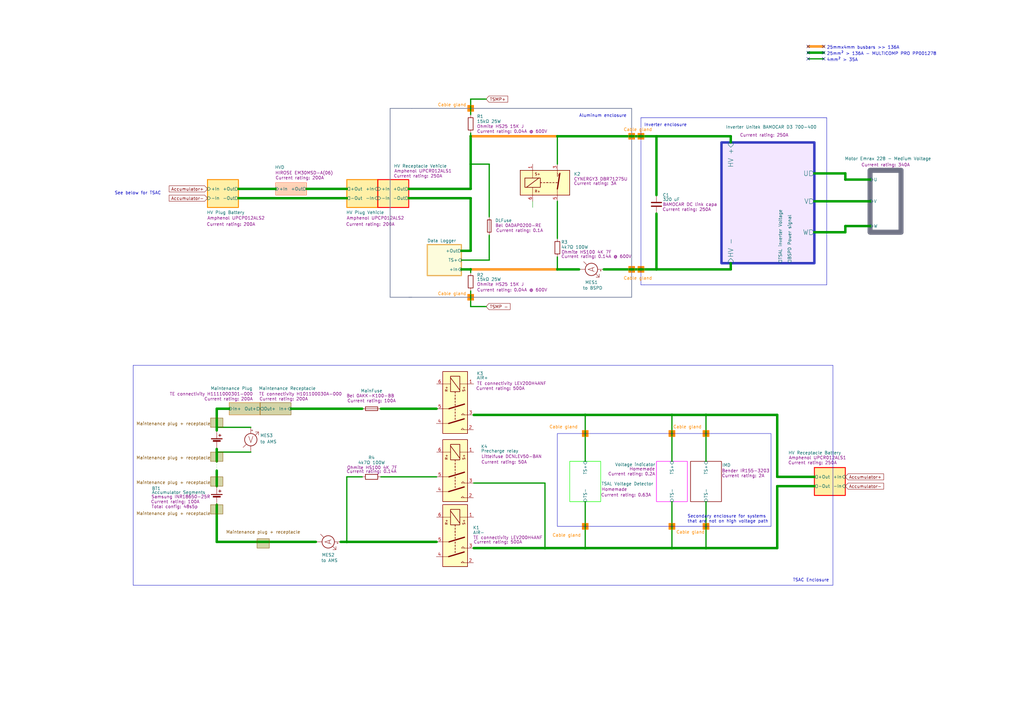
<source format=kicad_sch>
(kicad_sch (version 20231120) (generator "eeschema") (generator_version "8.0")
  (paper "A3")
  (title_block (title "TS entire schematic") (date "2024-03-28") (rev "v2.0") (company "EPSA"))
  (lib_symbols
    (symbol "Device:Ammeter_DC" (pin_numbers hide) (pin_names (offset 0.0254) hide)
      (property "Reference" "MES" (at -3.302 1.016 0))
      (property "Value" "Ammeter_DC" (at -3.302 -0.762 0))
      (symbol "Ammeter_DC_0_0"
        (polyline (pts (xy -3.175 -3.175) (xy -1.905 -1.905)))
        (polyline (pts (xy 1.905 1.905) (xy 3.175 3.175)))
        (polyline (pts (xy 1.905 3.175) (xy 3.175 3.175) (xy 3.175 1.905)))
        (text "A" (at 0 0 0) (effects (font (size 2.54 2.54))))
      )
      (symbol "Ammeter_DC_0_1"
        (polyline (pts (xy 0.254 3.81) (xy 0.762 3.81)))
        (polyline (pts (xy 0.508 4.064) (xy 0.508 3.556)))
        (circle (center 0 0) (radius 2.54) (stroke (width 0.254)))
      )
      (symbol "Ammeter_DC_1_1"
        (pin passive line (at 0 -5.08 90) (length 2.54) (name "-") (number "1"))
        (pin passive line (at 0 5.08 270) (length 2.54) (name "+") (number "2"))
      )
    )
    (symbol "Device:Battery_Cell" (pin_numbers hide) (pin_names (offset 0) hide)
      (property "Reference" "BT" (at 2.54 2.54 0))
      (property "Value" "Battery_Cell" (at 2.54 0 0))
      (symbol "Battery_Cell_0_1"
        (rectangle (start -2.286 1.778) (end 2.286 1.524) (fill (type outline)))
        (rectangle (start -1.524 1.016) (end 1.524 0.508) (fill (type outline)))
        (polyline (pts (xy 0 0.762) (xy 0 0)))
        (polyline (pts (xy 0 1.778) (xy 0 2.54)))
        (polyline (pts (xy 0.762 3.048) (xy 1.778 3.048)) (stroke (width 0.254)))
        (polyline (pts (xy 1.27 3.556) (xy 1.27 2.54)) (stroke (width 0.254)))
      )
      (symbol "Battery_Cell_1_1"
        (pin passive line (at 0 5.08 270) (length 2.54) (name "+") (number "1"))
        (pin passive line (at 0 -2.54 90) (length 2.54) (name "-") (number "2"))
      )
    )
    (symbol "Device:C" (pin_numbers hide) (pin_names (offset 0.254))
      (property "Reference" "C" (at 0.635 2.54 0))
      (property "Value" "C" (at 0.635 -2.54 0))
      (symbol "C_0_1"
        (polyline (pts (xy -2.032 -0.762) (xy 2.032 -0.762)) (stroke (width 0.508)))
        (polyline (pts (xy -2.032 0.762) (xy 2.032 0.762)) (stroke (width 0.508)))
      )
      (symbol "C_1_1"
        (pin passive line (at 0 3.81 270) (length 2.794) (name "~") (number "1"))
        (pin passive line (at 0 -3.81 90) (length 2.794) (name "~") (number "2"))
      )
    )
    (symbol "Device:Fuse" (pin_numbers hide) (pin_names (offset 0))
      (property "Reference" "F" (at 2.032 0 90))
      (property "Value" "Fuse" (at -1.905 0 90))
      (symbol "Fuse_0_1"
        (rectangle (start -0.762 -2.54) (end 0.762 2.54) (stroke (width 0.254)))
        (polyline (pts (xy 0 2.54) (xy 0 -2.54)))
      )
      (symbol "Fuse_1_1"
        (pin passive line (at 0 3.81 270) (length 1.27) (name "~") (number "1"))
        (pin passive line (at 0 -3.81 90) (length 1.27) (name "~") (number "2"))
      )
    )
    (symbol "Device:R" (pin_numbers hide) (pin_names (offset 0))
      (property "Reference" "R" (at 2.032 0 90))
      (property "Value" "R" (at 0 0 90))
      (symbol "R_0_1"
        (rectangle (start -1.016 -2.54) (end 1.016 2.54) (stroke (width 0.254)))
      )
      (symbol "R_1_1"
        (pin passive line (at 0 3.81 270) (length 1.27) (name "~") (number "1"))
        (pin passive line (at 0 -3.81 90) (length 1.27) (name "~") (number "2"))
      )
    )
    (symbol "Device:Voltmeter_DC" (pin_numbers hide) (pin_names (offset 0.0254) hide)
      (property "Reference" "MES" (at -3.302 1.016 0))
      (property "Value" "Voltmeter_DC" (at -3.302 -0.762 0))
      (symbol "Voltmeter_DC_0_0"
        (polyline (pts (xy -3.175 -3.175) (xy -1.905 -1.905)))
        (polyline (pts (xy 1.905 1.905) (xy 3.175 3.175)))
        (polyline (pts (xy 1.905 3.175) (xy 3.175 3.175) (xy 3.175 1.905)))
        (text "V" (at 0 0 0) (effects (font (size 2.54 2.54))))
      )
      (symbol "Voltmeter_DC_0_1"
        (polyline (pts (xy 0.254 3.81) (xy 0.762 3.81)))
        (polyline (pts (xy 0.508 4.064) (xy 0.508 3.556)))
        (circle (center 0 0) (radius 2.54) (stroke (width 0.254)))
      )
      (symbol "Voltmeter_DC_1_1"
        (pin passive line (at 0 -5.08 90) (length 2.54) (name "-") (number "1"))
        (pin passive line (at 0 5.08 270) (length 2.54) (name "+") (number "2"))
      )
    )
    (symbol "EPSA_lib:ADW11 NC relays"
      (property "Reference" "K" (at 11.43 3.81 0))
      (property "Value" "ADW11" (at 13.97 1.27 0))
      (symbol "ADW11 NC relays_1_1"
        (rectangle (start -10.16 5.08) (end 10.16 -5.08) (stroke (width 0.254)) (fill (type background)))
        (rectangle (start -8.255 1.905) (end -1.905 -1.905) (stroke (width 0.254)))
        (polyline (pts (xy -7.62 -1.905) (xy -2.54 1.905)) (stroke (width 0.254)))
        (polyline (pts (xy -5.08 -5.08) (xy -5.08 -1.905)))
        (polyline (pts (xy -5.08 5.08) (xy -5.08 1.905)))
        (polyline (pts (xy -1.905 0) (xy -1.27 0)) (stroke (width 0.254)))
        (polyline (pts (xy -0.635 0) (xy 0 0)) (stroke (width 0.254)))
        (polyline (pts (xy 0.635 0) (xy 1.27 0)) (stroke (width 0.254)))
        (polyline (pts (xy 0.635 0) (xy 1.27 0)) (stroke (width 0.254)))
        (polyline (pts (xy 1.905 0) (xy 2.54 0)) (stroke (width 0.254)))
        (polyline (pts (xy 3.175 0) (xy 3.81 0)) (stroke (width 0.254)))
        (polyline (pts (xy 4.445 0) (xy 5.08 0)) (stroke (width 0.254)))
        (polyline (pts (xy 5.08 -2.54) (xy 5.08 -5.08)))
        (polyline (pts (xy 5.08 -2.54) (xy 6.096 3.81)) (stroke (width 0.508)))
        (polyline (pts (xy 5.08 3.81) (xy 5.08 5.08)))
        (polyline (pts (xy 5.08 3.81) (xy 5.08 2.54) (xy 5.715 3.175) (xy 5.08 3.81)))
        (text "R+" (at -3.048 -3.556 0) (effects (font (size 1.016 1.016))))
        (text "S+" (at -3.048 3.556 0) (effects (font (size 1.016 1.016))))
        (pin passive line (at -5.08 7.62 270) (length 2.54) (name "~") (number "1"))
        (pin passive line (at 5.08 7.62 270) (length 2.54) (name "~") (number "3"))
        (pin passive line (at 5.08 -7.62 90) (length 2.54) (name "~") (number "5"))
        (pin passive line (at -5.08 -7.62 90) (length 2.54) (name "~") (number "6"))
      )
    )
    (symbol "EPSA_lib:RELAYS"
      (property "Reference" "K" (at -13.97 -11.43 0))
      (property "Value" "RELAYS" (at -13.97 -13.97 0))
      (symbol "RELAYS_1_1"
        (rectangle (start -10.16 5.08) (end 15.24 -5.08) (stroke (width 0.254)) (fill (type background)))
        (rectangle (start -8.255 1.905) (end -1.905 -1.905) (stroke (width 0.254)))
        (polyline (pts (xy -7.62 -1.905) (xy -2.54 1.905)) (stroke (width 0.254)))
        (polyline (pts (xy -5.08 -5.08) (xy -5.08 -1.905)))
        (polyline (pts (xy -5.08 5.08) (xy -5.08 1.905)))
        (polyline (pts (xy -1.905 0) (xy -1.27 0)) (stroke (width 0.254)))
        (polyline (pts (xy -0.635 0) (xy 0 0)) (stroke (width 0.254)))
        (polyline (pts (xy 0.635 0) (xy 1.27 0)) (stroke (width 0.254)))
        (polyline (pts (xy 0.635 0) (xy 1.27 0)) (stroke (width 0.254)))
        (polyline (pts (xy 1.905 0) (xy 2.54 0)) (stroke (width 0.254)))
        (polyline (pts (xy 3.175 0) (xy 3.81 0)) (stroke (width 0.254)))
        (polyline (pts (xy 5.08 -2.54) (xy 3.175 3.81)) (stroke (width 0.508)))
        (polyline (pts (xy 5.08 -2.54) (xy 5.08 -5.08)))
        (polyline (pts (xy 5.08 0) (xy 5.715 0)) (stroke (width 0.254)))
        (polyline (pts (xy 6.35 0) (xy 6.985 0)) (stroke (width 0.254)))
        (polyline (pts (xy 7.62 0) (xy 8.255 0)) (stroke (width 0.254)))
        (polyline (pts (xy 7.62 3.81) (xy 7.62 5.08)))
        (polyline (pts (xy 8.89 0) (xy 9.525 0)) (stroke (width 0.254)))
        (polyline (pts (xy 11.1246 -2.6621) (xy 9.2196 3.6879)) (stroke (width 0.508)))
        (polyline (pts (xy 11.1246 -2.6621) (xy 11.1246 -5.2021)))
        (polyline (pts (xy 13.6646 3.6879) (xy 13.6646 4.9579)))
        (polyline (pts (xy 7.62 3.81) (xy 7.62 2.54) (xy 6.985 3.175) (xy 7.62 3.81)))
        (polyline (pts (xy 13.6646 3.6879) (xy 13.6646 2.4179) (xy 13.0296 3.0529) (xy 13.6646 3.6879)))
        (text "R+" (at -3.048 -3.556 0) (effects (font (size 1.016 1.016))))
        (text "S+" (at -3.048 3.556 0) (effects (font (size 1.016 1.016))))
        (pin passive line (at -5.08 7.62 270) (length 2.54) (name "~") (number "1"))
        (pin passive line (at 13.6646 7.4979 270) (length 2.54) (name "~") (number "2"))
        (pin passive line (at 7.62 7.62 270) (length 2.54) (name "~") (number "3"))
        (pin passive line (at 11.1246 -7.7421 90) (length 2.54) (name "~") (number "4"))
        (pin passive line (at 5.08 -7.62 90) (length 2.54) (name "~") (number "5"))
        (pin passive line (at -5.08 -7.62 90) (length 2.54) (name "~") (number "6"))
      )
    )
  )
  (junction (at 289.56 224.79))
  (junction (at 228.6 110.49))
  (junction (at 240.03 224.79))
  (junction (at 228.6 55.88))
  (junction (at 269.24 110.49))
  (junction (at 269.24 55.88))
  (junction (at 193.04 67.31))
  (junction (at 88.9 175.26))
  (junction (at 275.59 224.79))
  (junction (at 193.04 110.49))
  (junction (at 275.59 170.18))
  (junction (at 240.03 170.18))
  (junction (at 88.9 185.42))
  (junction (at 289.56 170.18))
  (junction (at 223.52 224.79))
  (junction (at 193.04 55.88))
  (junction (at 142.24 222.25))
  (no_connect (at 331.47 19.05))
  (no_connect (at 331.47 21.59))
  (no_connect (at 337.82 24.13))
  (no_connect (at 331.47 24.13))
  (no_connect (at 337.82 21.59))
  (no_connect (at 337.82 19.05))
  (wire (pts (xy 88.9 222.25) (xy 129.54 222.25)) (stroke (width 1)))
  (wire (pts (xy 119.38 167.64) (xy 148.59 167.64)) (stroke (width 1)))
  (wire (pts (xy 88.9 185.42) (xy 102.87 185.42)) (stroke (width 0.5)))
  (wire (pts (xy 88.9 175.26) (xy 88.9 176.53)) (stroke (width 0.5)))
  (wire (pts (xy 200.66 67.31) (xy 193.04 67.31)) (stroke (width 0.5)))
  (wire (pts (xy 318.77 199.39) (xy 334.01 199.39)) (stroke (width 1)))
  (wire (pts (xy 189.23 110.49) (xy 193.04 110.49)) (stroke (width 1)))
  (wire (pts (xy 269.24 80.01) (xy 269.24 55.88)) (stroke (width 1)))
  (polyline (pts (xy 168.91 44.45) (xy 160.02 44.45)) (stroke (width 0.3) (type solid) (color 118 129 159 1)))
  (polyline (pts (xy 262.89 116.84) (xy 264.16 116.84)))
  (polyline (pts (xy 339.09 116.84) (xy 339.09 48.26)))
  (wire (pts (xy 142.24 195.58) (xy 142.24 222.25)) (stroke (width 0.5)))
  (wire (pts (xy 88.9 175.26) (xy 102.87 175.26)) (stroke (width 0.5)))
  (polyline (pts (xy 54.61 149.86) (xy 341.63 149.86)) (stroke (width 0) (type solid)))
  (wire (pts (xy 228.6 55.88) (xy 269.24 55.88)) (stroke (width 1)))
  (wire (pts (xy 193.04 46.99) (xy 193.04 40.64)) (stroke (width 0.5)))
  (wire (pts (xy 318.77 195.58) (xy 334.01 195.58)) (stroke (width 1)))
  (wire (pts (xy 346.71 92.71) (xy 356.87 92.71)) (stroke (width 1)))
  (wire (pts (xy 200.66 106.68) (xy 200.66 96.52)) (stroke (width 0.5)))
  (wire (pts (xy 193.04 67.31) (xy 193.04 77.47)) (stroke (width 1)))
  (wire (pts (xy 289.56 170.18) (xy 289.56 189.23)) (stroke (width 0.5)))
  (polyline (pts (xy 262.89 48.26) (xy 262.89 116.84)))
  (wire (pts (xy 228.6 105.41) (xy 228.6 110.49)) (stroke (width 0.5)))
  (wire (pts (xy 88.9 193.04) (xy 88.9 199.39)) (stroke (width 1)))
  (wire (pts (xy 289.56 224.79) (xy 318.77 224.79)) (stroke (width 1)))
  (wire (pts (xy 125.73 77.47) (xy 142.24 77.47)) (stroke (width 1)))
  (wire (pts (xy 318.77 170.18) (xy 318.77 195.58)) (stroke (width 1)))
  (wire (pts (xy 97.79 81.28) (xy 142.24 81.28)) (stroke (width 1)))
  (wire (pts (xy 318.77 224.79) (xy 318.77 199.39)) (stroke (width 1)))
  (wire (pts (xy 269.24 110.49) (xy 269.24 87.63)) (stroke (width 1)))
  (wire (pts (xy 346.71 73.66) (xy 356.87 73.66)) (stroke (width 1)))
  (wire (pts (xy 240.03 224.79) (xy 275.59 224.79)) (stroke (width 1)))
  (wire (pts (xy 334.01 95.25) (xy 346.71 95.25)) (stroke (width 1)))
  (wire (pts (xy 88.9 175.26) (xy 88.9 176.53)) (stroke (width 1)))
  (wire (pts (xy 88.9 189.23) (xy 88.9 185.42)) (stroke (width 1)))
  (wire (pts (xy 88.9 167.64) (xy 88.9 175.26)) (stroke (width 1)))
  (wire (pts (xy 88.9 185.42) (xy 88.9 184.15)) (stroke (width 1)))
  (wire (pts (xy 88.9 189.23) (xy 88.9 193.04)) (stroke (width 0) (type dot)))
  (polyline (pts (xy 337.82 48.26) (xy 339.09 48.26)))
  (wire (pts (xy 189.23 106.68) (xy 200.66 106.68)) (stroke (width 0.5)))
  (wire (pts (xy 193.04 40.64) (xy 199.39 40.64)) (stroke (width 0.5)))
  (polyline (pts (xy 341.63 149.86) (xy 341.63 240.03)) (stroke (width 0) (type solid)))
  (wire (pts (xy 88.9 207.01) (xy 88.9 222.25)) (stroke (width 1)))
  (wire (pts (xy 193.04 55.88) (xy 193.04 54.61)) (stroke (width 0.5)))
  (wire (pts (xy 240.03 224.79) (xy 240.03 205.74)) (stroke (width 0.5)))
  (wire (pts (xy 240.03 170.18) (xy 275.59 170.18)) (stroke (width 1)))
  (wire (pts (xy 193.04 110.49) (xy 228.6 110.49)) (stroke (width 1.016) (color 255 142 26 1)))
  (wire (pts (xy 275.59 224.79) (xy 289.56 224.79)) (stroke (width 1)))
  (polyline (pts (xy 54.61 240.03) (xy 54.61 149.86)) (stroke (width 0) (type solid)))
  (wire (pts (xy 346.71 95.25) (xy 346.71 92.71)) (stroke (width 1)))
  (wire (pts (xy 240.03 170.18) (xy 240.03 189.23)) (stroke (width 0.5)))
  (polyline (pts (xy 262.89 48.26) (xy 337.82 48.26)))
  (wire (pts (xy 193.04 125.73) (xy 199.39 125.73)) (stroke (width 0.5)))
  (wire (pts (xy 299.72 107.95) (xy 299.72 110.49)) (stroke (width 1)))
  (wire (pts (xy 228.6 110.49) (xy 237.49 110.49)) (stroke (width 1)))
  (wire (pts (xy 275.59 170.18) (xy 289.56 170.18)) (stroke (width 1)))
  (wire (pts (xy 194.31 224.79) (xy 223.52 224.79)) (stroke (width 1)))
  (polyline (pts (xy 259.08 121.92) (xy 167.64 121.92)) (stroke (width 0.3) (type solid) (color 118 129 159 1)))
  (wire (pts (xy 247.65 110.49) (xy 269.24 110.49)) (stroke (width 1)))
  (wire (pts (xy 142.24 195.58) (xy 148.59 195.58)) (stroke (width 0.5)))
  (wire (pts (xy 193.04 102.87) (xy 189.23 102.87)) (stroke (width 1)))
  (polyline (pts (xy 168.91 44.45) (xy 259.08 44.45)) (stroke (width 0.3) (type solid) (color 118 129 159 1)))
  (wire (pts (xy 88.9 185.42) (xy 88.9 184.15)) (stroke (width 0.5)))
  (wire (pts (xy 156.21 195.58) (xy 179.07 195.58)) (stroke (width 0.5)))
  (polyline (pts (xy 259.08 44.45) (xy 259.08 121.92)) (stroke (width 0.3) (type solid) (color 118 129 159 1)))
  (wire (pts (xy 194.31 170.18) (xy 240.03 170.18)) (stroke (width 1)))
  (wire (pts (xy 331.47 21.59) (xy 337.82 21.59)) (stroke (width 1)))
  (wire (pts (xy 193.04 111.76) (xy 193.04 110.49)) (stroke (width 0.5)))
  (wire (pts (xy 139.7 222.25) (xy 142.24 222.25)) (stroke (width 1)))
  (wire (pts (xy 334.01 82.55) (xy 356.87 82.55)) (stroke (width 1)))
  (wire (pts (xy 193.04 119.38) (xy 193.04 125.73)) (stroke (width 0.5)))
  (wire (pts (xy 228.6 67.31) (xy 228.6 55.88)) (stroke (width 0.5)))
  (wire (pts (xy 97.79 77.47) (xy 113.03 77.47)) (stroke (width 1)))
  (wire (pts (xy 334.01 71.12) (xy 346.71 71.12)) (stroke (width 1)))
  (wire (pts (xy 200.66 88.9) (xy 200.66 67.31)) (stroke (width 0.5)))
  (wire (pts (xy 142.24 222.25) (xy 179.07 222.25)) (stroke (width 1)))
  (wire (pts (xy 289.56 205.74) (xy 289.56 224.79)) (stroke (width 0.5)))
  (wire (pts (xy 269.24 110.49) (xy 299.72 110.49)) (stroke (width 1)))
  (wire (pts (xy 223.52 224.79) (xy 240.03 224.79)) (stroke (width 1)))
  (wire (pts (xy 193.04 81.28) (xy 193.04 102.87)) (stroke (width 1)))
  (wire (pts (xy 269.24 55.88) (xy 299.72 55.88)) (stroke (width 1)))
  (wire (pts (xy 331.47 19.05) (xy 337.82 19.05)) (stroke (width 1.016) (color 255 142 26 1)))
  (wire (pts (xy 223.52 198.12) (xy 223.52 224.79)) (stroke (width 0.5)))
  (wire (pts (xy 228.6 82.55) (xy 228.6 97.79)) (stroke (width 0.5)))
  (wire (pts (xy 156.21 167.64) (xy 179.07 167.64)) (stroke (width 1)))
  (polyline (pts (xy 341.63 240.03) (xy 54.61 240.03)) (stroke (width 0) (type solid)))
  (wire (pts (xy 275.59 170.18) (xy 275.59 189.23)) (stroke (width 0.5)))
  (wire (pts (xy 167.64 81.28) (xy 193.04 81.28)) (stroke (width 1)))
  (polyline (pts (xy 160.02 44.45) (xy 160.02 121.92)) (stroke (width 0.3) (type solid) (color 118 129 159 1)))
  (wire (pts (xy 289.56 170.18) (xy 318.77 170.18)) (stroke (width 1)))
  (wire (pts (xy 194.31 198.12) (xy 223.52 198.12)) (stroke (width 0.5)))
  (wire (pts (xy 167.64 77.47) (xy 193.04 77.47)) (stroke (width 1)))
  (wire (pts (xy 346.71 71.12) (xy 346.71 73.66)) (stroke (width 1)))
  (wire (pts (xy 88.9 167.64) (xy 93.98 167.64)) (stroke (width 1)))
  (wire (pts (xy 218.44 85.09) (xy 218.44 82.55)))
  (polyline (pts (xy 160.02 121.92) (xy 168.91 121.92)) (stroke (width 0.3) (type solid) (color 118 129 159 1)))
  (wire (pts (xy 193.04 55.88) (xy 228.6 55.88)) (stroke (width 1.016) (color 255 142 26 1)))
  (wire (pts (xy 299.72 55.88) (xy 299.72 58.42)) (stroke (width 1)))
  (wire (pts (xy 275.59 205.74) (xy 275.59 224.79)) (stroke (width 0.5)))
  (wire (pts (xy 331.47 24.13) (xy 337.82 24.13)) (stroke (width 0.5)))
  (wire (pts (xy 193.04 55.88) (xy 193.04 67.31)) (stroke (width 1)))
  (polyline (pts (xy 264.16 116.84) (xy 339.09 116.84)))
  (rectangle (start 288.29 176.53) (end 290.83 179.07) (stroke (width 0) (color 255 124 0 1)) (fill (type color) (color 255 134 0 1)))
  (rectangle (start 257.81 54.61) (end 260.35 57.15) (stroke (width 0) (color 255 124 0 1)) (fill (type color) (color 255 134 0 1)))
  (rectangle (start 261.62 109.22) (end 264.16 111.76) (stroke (width 0) (color 255 124 0 1)) (fill (type color) (color 255 134 0 1)))
  (rectangle (start 105.41 220.98) (end 110.49 224.79) (stroke (width 0) (color 128 77 0 1)) (fill (type color) (color 132 132 0 0.35)))
  (rectangle (start 288.29 214.63) (end 290.83 217.17) (stroke (width 0) (color 255 124 0 1)) (fill (type color) (color 255 134 0 1)))
  (rectangle (start 86.36 185.42) (end 91.44 189.23) (stroke (width 0) (color 128 77 0 1)) (fill (type color) (color 132 132 0 0.35)))
  (rectangle (start 86.36 207.01) (end 91.44 210.82) (stroke (width 0) (color 128 77 0 1)) (fill (type color) (color 132 132 0 0.35)))
  (rectangle (start 191.77 43.18) (end 194.31 45.72) (stroke (width 0) (color 255 124 0 1)) (fill (type color) (color 255 134 0 1)))
  (rectangle (start 238.76 176.53) (end 241.3 179.07) (stroke (width 0) (color 255 124 0 1)) (fill (type color) (color 255 134 0 1)))
  (rectangle (start 261.62 54.61) (end 264.16 57.15) (stroke (width 0) (color 255 124 0 1)) (fill (type color) (color 255 134 0 1)))
  (rectangle (start 86.36 171.45) (end 91.44 175.26) (stroke (width 0) (color 128 77 0 1)) (fill (type color) (color 132 132 0 0.35)))
  (rectangle (start 228.6 177.8) (end 316.23 215.9))
  (rectangle (start 274.32 214.63) (end 276.86 217.17) (stroke (width 0) (color 255 124 0 1)) (fill (type color) (color 255 134 0 1)))
  (rectangle (start 191.77 120.65) (end 194.31 123.19) (stroke (width 0) (color 255 124 0 1)) (fill (type color) (color 255 134 0 1)))
  (rectangle (start 274.32 176.53) (end 276.86 179.07) (stroke (width 0) (color 255 124 0 1)) (fill (type color) (color 255 134 0 1)))
  (rectangle (start 238.76 214.63) (end 241.3 217.17) (stroke (width 0) (color 255 124 0 1)) (fill (type color) (color 255 134 0 1)))
  (rectangle (start 86.36 195.58) (end 91.44 199.39) (stroke (width 0) (color 128 77 0 1)) (fill (type color) (color 132 132 0 0.35)))
  (rectangle (start 257.81 109.22) (end 260.35 111.76) (stroke (width 0) (color 255 124 0 1)) (fill (type color) (color 255 134 0 1)))
  (text "See below for TSAC" (at 46.99 80.01 0) (effects (font (size 1.27 1.27)) (justify left bottom)))
  (text "Cable gland" (at 185.42 120.65 0) (effects (font (size 1.27 1.27))))
  (text "25mmx4mm busbars >> 136A" (at 339.09 20.32 0) (effects (font (size 1.27 1.27)) (justify left bottom)))
  (text "Cable gland" (at 261.62 53.34 0) (effects (font (size 1.27 1.27))))
  (text "Cable gland" (at 281.94 175.26 0) (effects (font (size 1.27 1.27))))
  (text "Secondary enclosure for systems \nthat are not on high voltage path" (at 281.94 214.63 0) (effects (font (size 1.27 1.27)) (justify left bottom)))
  (text "Maintenance plug + receptacle\n" (at 71.12 210.82 0) (effects (font (size 1.27 1.27))))
  (text "TSAC Enclosure" (at 325.12 238.76 0) (effects (font (size 1.27 1.27)) (justify left bottom)))
  (text "Cable gland" (at 283.21 218.44 0) (effects (font (size 1.27 1.27))))
  (text "25mm² > 136A - MULTICOMP PRO PP001278\n" (at 339.09 22.86 0) (effects (font (size 1.27 1.27)) (justify left bottom)))
  (text "Cable gland" (at 231.14 175.26 0) (effects (font (size 1.27 1.27))))
  (text "Maintenance plug + receptacle\n" (at 107.95 218.44 0) (effects (font (size 1.27 1.27))))
  (text "Cable gland" (at 261.62 114.3 0) (effects (font (size 1.27 1.27))))
  (text "4mm² > 35A\n" (at 339.09 25.4 0) (effects (font (size 1.27 1.27)) (justify left bottom)))
  (text "Maintenance plug + receptacle\n" (at 71.12 173.99 0) (effects (font (size 1.27 1.27))))
  (text "Cable gland" (at 232.41 219.71 0) (effects (font (size 1.27 1.27))))
  (text "Maintenance plug + receptacle\n" (at 71.12 198.12 0) (effects (font (size 1.27 1.27))))
  (text "Aluminum enclosure" (at 237.49 48.26 0) (effects (font (size 1.27 1.27)) (justify left bottom)))
  (text "Inverter enclosure" (at 264.16 52.07 0) (effects (font (size 1.27 1.27)) (justify left bottom)))
  (text "Cable gland" (at 185.42 43.18 0) (effects (font (size 1.27 1.27))))
  (text "Maintenance plug + receptacle\n" (at 71.12 187.96 0) (effects (font (size 1.27 1.27))))
  (global_label "Accumulator-" (shape input) (at 85.09 81.28 180) (property "Intersheetrefs" "${INTERSHEET_REFS}" (effects (hide yes))))
  (global_label "Accumulator+" (shape input) (at 346.71 195.58 0) (property "Intersheetrefs" "${INTERSHEET_REFS}" (effects (hide yes))))
  (global_label "Accumulator+" (shape input) (at 85.09 77.47 180) (property "Intersheetrefs" "${INTERSHEET_REFS}" (effects (hide yes))))
  (global_label "TSMP -" (shape input) (at 199.39 125.73 0) (property "Intersheetrefs" "${INTERSHEET_REFS}" (effects (hide yes))))
  (global_label "Accumulator-" (shape input) (at 346.71 199.39 0) (property "Intersheetrefs" "${INTERSHEET_REFS}" (effects (hide yes))))
  (global_label "TSMP+" (shape input) (at 199.39 40.64 0) (property "Intersheetrefs" "${INTERSHEET_REFS}" (effects (hide yes))))
  (symbol (lib_id "EPSA_lib:ADW11 NC relays") (at 223.52 74.93 0) (unit 1)
    (property "Reference" "K2" (at 236.728 71.374 0))
    (property "Value" "CYNERGY3 DBR71275U" (effects (hide yes)))
    (property "Footprint" "Relay_THT:Relay_1P1T_NO_10x24x18.8mm_Panasonic_ADW11xxxxW_THT" (effects (hide yes)))
    (property "Datasheet" "https://www.panasonic-electric-works.com/pew/es/downloads/ds_dw_hl_en.pdf" (effects (hide yes)))
    (property "Description" "CYNERGY3 DBR71275U" (at 246.38 73.406 0))
    (property "Current rating" "3A" (at 244.094 75.184 0) (show_name yes))
  )
  (symbol (lib_id "Device:R") (at 228.6 101.6 180) (unit 1)
    (property "Reference" "R3" (at 230.124 99.314 0) (effects (justify right)))
    (property "Value" "4k7Ω 100W" (at 230.124 101.346 0) (effects (justify right)))
    (property "Description" "Ohmite HS100 4K 7F" (at 240.538 103.378 0))
    (property "Current rating" "0.14A @ 600V" (at 244.602 105.156 0) (show_name yes))
  )
  (symbol (lib_id "Device:R") (at 152.4 195.58 270) (unit 1)
    (property "Reference" "R4" (at 152.4 187.706 90))
    (property "Value" "4k7Ω 100W" (at 152.4 189.738 90))
    (property "Description" "Ohmite HS100 4K 7F" (at 152.654 191.77 90))
    (property "Current rating" "0.14A" (at 152.4 193.294 90) (show_name yes))
  )
  (symbol (lib_id "Device:Ammeter_DC") (at 242.57 110.49 270) (unit 1)
    (property "Reference" "MES1" (at 242.57 115.824 90))
    (property "Value" "to BSPD" (at 243.078 118.11 90))
    (property "Description" "DC ammeter" (effects (hide yes)))
  )
  (symbol (lib_id "Device:C") (at 269.24 83.82 0) (unit 1)
    (property "Reference" "C1" (at 271.78 80.01 0) (effects (justify left)))
    (property "Value" "320 uF" (at 271.78 81.788 0) (effects (justify left)))
    (property "Description" "BAMOCAR DC link capa" (at 282.956 83.82 0))
    (property "Current rating" "250A" (at 281.686 85.852 0) (show_name yes))
  )
  (symbol (lib_id "EPSA_lib:RELAYS") (at 186.69 217.17 270) (unit 1)
    (property "Reference" "K1" (at 195.326 216.408 90))
    (property "Value" "AIR-" (at 196.342 218.44 90))
    (property "Footprint" "Relay_THT:Relay_1P1T_NO_10x24x18.8mm_Panasonic_ADW11xxxxW_THT" (effects (hide yes)))
    (property "Datasheet" "https://www.panasonic-electric-works.com/pew/es/downloads/ds_dw_hl_en.pdf" (effects (hide yes)))
    (property "Description" "TE connectivity LEV200H4ANF " (at 208.788 220.472 90))
    (property "Current rating" "500A" (at 204.216 222.25 90) (show_name yes))
  )
  (symbol (lib_id "Device:Ammeter_DC") (at 134.62 222.25 270) (unit 1)
    (property "Reference" "MES2" (at 134.62 227.584 90))
    (property "Value" "to AMS" (at 135.128 229.87 90))
    (property "Description" "DC ammeter" (effects (hide yes)))
  )
  (symbol (lib_id "Device:Battery_Cell") (at 88.9 181.61 0) (unit 1)
    (property "Reference" "BT2" (effects (hide yes)))
    (property "Value" "Accumulator Segments" (effects (hide yes)))
    (property "Description" " Samsung INR18650-25R" (effects (hide yes)))
    (property "Current rating" "100A" (effects (hide yes)))
  )
  (symbol (lib_id "Device:R") (at 193.04 115.57 0) (unit 1)
    (property "Reference" "R2" (at 195.58 112.776 0) (effects (justify left)))
    (property "Value" "15kΩ 25W" (at 195.58 114.554 0) (effects (justify left)))
    (property "Description" "Ohmite HS25 15K J " (at 205.74 116.586 0))
    (property "Current rating" "0.04A @ 600V" (at 210.058 118.872 0) (show_name yes))
  )
  (symbol (lib_id "Device:Voltmeter_DC") (at 102.87 180.34 0) (unit 1)
    (property "Reference" "MES3" (at 106.68 178.6254 0) (effects (justify left)))
    (property "Value" "to AMS" (at 106.68 181.1654 0) (effects (justify left)))
    (property "Description" "DC voltmeter" (effects (hide yes)))
  )
  (symbol (lib_id "Device:R") (at 193.04 50.8 0) (unit 1)
    (property "Reference" "R1" (at 195.58 47.752 0) (effects (justify left)))
    (property "Value" "15kΩ 25W" (at 195.58 49.784 0) (effects (justify left)))
    (property "Description" "Ohmite HS25 15K J " (at 205.74 51.816 0))
    (property "Current rating" "0.04A @ 600V" (at 210.058 53.848 0) (show_name yes))
  )
  (symbol (lib_id "EPSA_lib:RELAYS") (at 186.69 162.56 270) (unit 1)
    (property "Reference" "K3" (at 196.85 153.162 90))
    (property "Value" "AIR+" (at 197.866 154.94 90))
    (property "Footprint" "Relay_THT:Relay_1P1T_NO_10x24x18.8mm_Panasonic_ADW11xxxxW_THT" (effects (hide yes)))
    (property "Datasheet" "https://www.panasonic-electric-works.com/pew/es/downloads/ds_dw_hl_en.pdf" (effects (hide yes)))
    (property "Description" "TE connectivity LEV200H4ANF " (at 210.312 157.226 90))
    (property "Current rating" "500A" (at 205.232 159.258 90) (show_name yes))
  )
  (symbol (lib_id "Device:Fuse") (at 200.66 92.71 0) (unit 1)
    (property "Reference" "DLFuse" (at 206.502 90.424 0))
    (property "Value" "100" (effects (hide yes)))
    (property "Description" "Bel 0ADAP0200-RE" (at 212.598 92.456 0))
    (property "Current rating" "0.1A" (at 213.106 94.488 0) (show_name yes))
  )
  (symbol (lib_id "EPSA_lib:RELAYS") (at 186.69 190.5 270) (unit 1)
    (property "Reference" "K4" (at 198.628 183.134 90))
    (property "Value" "Precharge relay" (at 204.978 184.912 90))
    (property "Footprint" "Relay_THT:Relay_1P1T_NO_10x24x18.8mm_Panasonic_ADW11xxxxW_THT" (effects (hide yes)))
    (property "Datasheet" "https://www.panasonic-electric-works.com/pew/es/downloads/ds_dw_hl_en.pdf" (effects (hide yes)))
    (property "Description" "Littelfuse DCNLEV50-BAN " (at 210.312 187.198 90))
    (property "Current rating" "50A" (at 206.756 189.484 90) (show_name yes))
  )
  (symbol (lib_id "Device:Battery_Cell") (at 88.9 204.47 0) (unit 1)
    (property "Reference" "BT1" (at 62.23 200.3424 0) (effects (justify left)))
    (property "Value" "Accumulator Segments" (at 62.23 201.93 0) (effects (justify left)))
    (property "Description" " Samsung INR18650-25R" (at 73.66 203.708 0))
    (property "Current rating" "100A" (at 71.882 205.74 0) (show_name yes))
    (property "Total config" "48s5p" (at 71.628 207.772 0) (show_name yes))
  )
  (symbol (lib_id "Device:Fuse") (at 152.4 167.64 90) (unit 1)
    (property "Reference" "MainFuse" (at 152.4 160.274 90))
    (property "Value" "100" (effects (hide yes)))
    (property "Description" "Bel 0AKK-K100-BB " (at 152.4 162.306 90))
    (property "Current rating" "100A" (at 152.4 164.338 90) (show_name yes))
  )
  (sheet (at 106.68 165.1) (size 12.7 5.08) (stroke (width 0.1524) (color 128 77 0 1)) (fill (color 132 132 0 0.3500))
    (property "Sheetname" "Maintenance Receptacle" (at 106.172 160.02 0) (effects (justify left bottom)))
    (property "Sheetfile" "Maintenance Connectors.kicad_sch" (effects (hide yes)))
    (property "Description" "TE connectivity H101100030A-000 " (at 123.698 161.544 0))
    (property "Current rating" "200A" (at 116.332 163.576 0) (show_name yes))
    (pin "In+" input (at 119.38 167.64 0))
    (pin "Out+" output (at 106.68 167.64 180))
  )
  (sheet (at 233.68 189.23) (size 12.7 16.51) (stroke (width 0.1524) (color 15 255 0 1))
    (property "Sheetname" "TSAL Voltage Detector" (at 246.634 199.136 0) (effects (justify left bottom)))
    (property "Sheetfile" "TSAL Voltage Detector.kicad_sch" (effects (hide yes)))
    (property "Description" "Homemade" (at 251.968 200.66 0))
    (property "Current rating" "0.63A" (at 256.794 202.946 0) (show_name yes))
    (pin "TS+" input (at 240.03 189.23 90))
    (pin "TS-" input (at 240.03 205.74 270))
  )
  (sheet (at 93.98 165.1) (size 12.7 5.08) (stroke (width 0.1524) (color 204 102 0 1)) (fill (color 132 132 0 0.3500))
    (property "Sheetname" "Maintenance Plug" (at 86.36 160.02 0) (effects (justify left bottom)))
    (property "Sheetfile" "Maintenance Connectors.kicad_sch" (effects (hide yes)))
    (property "Description" "TE connectivity H1111000301-000 " (at 87.122 161.544 0))
    (property "Current rating" "200A" (at 93.726 163.576 0) (show_name yes))
    (pin "In+" input (at 93.98 167.64 180))
    (pin "Out+" output (at 106.68 167.64 0))
  )
  (sheet (at 356.87 69.85) (size 12.7 25.4) (stroke (width 2) (color 112 115 133 1))
    (property "Sheetname" "Motor Emrax 228 - Medium Voltage" (at 346.456 65.786 0) (effects (justify left bottom)))
    (property "Sheetfile" "Motor Emrax.kicad_sch" (effects (hide yes)))
    (property "Current rating" "340A" (at 363.22 67.564 0) (show_name yes))
    (pin "U" input (at 356.87 73.66 180))
    (pin "V" input (at 356.87 82.55 180))
    (pin "W" input (at 356.87 92.71 180))
  )
  (sheet (at 85.09 73.66) (size 12.7 11.43) (stroke (width 0.381) (color 255 144 0 1)) (fill (color 255 211 0 0.3500))
    (property "Sheetname" "HV Plug Battery" (at 84.836 87.884 0) (effects (justify left bottom)))
    (property "Sheetfile" "HV Connector.kicad_sch" (effects (hide yes)))
    (property "Description" "Amphenol UPCP012ALS2 " (at 97.282 89.408 0))
    (property "Current rating" "200A" (at 94.742 91.948 0) (show_name yes))
    (pin "+In" input (at 85.09 77.47 180))
    (pin "-In" input (at 85.09 81.28 180))
    (pin "+Out" output (at 97.79 77.47 0))
    (pin "-Out" output (at 97.79 81.28 0))
  )
  (sheet (at 295.91 58.42) (size 38.1 49.53) (stroke (width 1) (color 46 53 187 1)) (fill (color 243 231 255 1.0000))
    (property "Sheetname" "Inverter Unitek BAMOCAR D3 700-400" (at 297.688 52.832 0) (effects (justify left bottom)))
    (property "Sheetfile" "Inverter.kicad_sch" (effects (hide yes)))
    (property "Current rating" "250A" (at 313.436 55.372 0) (show_name yes))
    (pin "HV +" input (at 299.72 58.42 90) (effects (font (size 2 2))))
    (pin "HV -" input (at 299.72 107.95 270) (effects (font (size 2 2))))
    (pin "U" output (at 334.01 71.12 0) (effects (font (size 2 2))))
    (pin "V" output (at 334.01 82.55 0) (effects (font (size 2 2))))
    (pin "W" output (at 334.01 95.25 0) (effects (font (size 2 2))))
    (pin "BSPD Power signal" output (at 323.85 107.95 270))
    (pin "TSAL inverter Voltage" output (at 320.04 107.95 270))
  )
  (sheet (at 154.94 73.66) (size 12.7 11.43) (stroke (width 0.381) (color 255 0 4 1)) (fill (color 255 211 0 0.3500))
    (property "Sheetname" "HV Receptacle Vehicle" (at 161.544 68.834 0) (effects (justify left bottom)))
    (property "Sheetfile" "HV Connector.kicad_sch" (effects (hide yes)))
    (property "Description" "Amphenol UPCR012ALS1" (at 173.482 70.104 0))
    (property "Current rating" "250A" (at 171.45 72.136 0) (show_name yes))
    (pin "+In" input (at 154.94 77.47 180))
    (pin "-In" input (at 154.94 81.28 180))
    (pin "+Out" output (at 167.64 77.47 0))
    (pin "-Out" output (at 167.64 81.28 0))
  )
  (sheet (at 142.24 73.66) (size 12.7 11.43) (stroke (width 0.381) (color 255 144 0 1)) (fill (color 255 211 0 0.3500))
    (property "Sheetname" "HV Plug Vehicle" (at 141.986 87.884 0) (effects (justify left bottom)))
    (property "Sheetfile" "HV Connector.kicad_sch" (effects (hide yes)))
    (property "Description" "Amphenol UPCP012ALS2 " (at 154.432 89.408 0))
    (property "Current rating" "200A" (at 151.892 91.948 0) (show_name yes))
    (pin "+In" input (at 154.94 77.47 0))
    (pin "-In" input (at 154.94 81.28 0))
    (pin "+Out" output (at 142.24 77.47 180))
    (pin "-Out" output (at 142.24 81.28 180))
  )
  (sheet (at 283.21 189.23) (size 12.7 16.51) (stroke (width 0.1524))
    (property "Sheetname" "IMD" (at 296.164 191.516 0) (effects (justify left bottom)))
    (property "Sheetfile" "IMD.kicad_sch" (effects (hide yes)))
    (property "Description" "Bender IR155-3203 " (at 306.324 193.04 0))
    (property "Current rating" "2A" (at 304.8 195.072 0) (show_name yes))
    (pin "TS+" input (at 289.56 189.23 90))
    (pin "TS-" input (at 289.56 205.74 270))
  )
  (sheet (at 269.24 189.23) (size 12.7 16.51) (stroke (width 0.1524) (color 255 24 250 1))
    (property "Sheetname" "Voltage indicator" (at 252.222 191.262 0) (effects (justify left bottom)))
    (property "Sheetfile" "Voltage indicator.kicad_sch" (effects (hide yes)))
    (property "Description" "Homemade" (at 263.398 192.278 0))
    (property "Current rating" "0.2A" (at 259.08 194.31 0) (show_name yes))
    (pin "TS+" input (at 275.59 189.23 90))
    (pin "TS-" input (at 275.59 205.74 270))
  )
  (sheet (at 175.26 100.33) (size 13.97 12.7) (stroke (width 0.5) (color 233 178 89 1)) (fill (color 253 252 220 1.0000))
    (property "Sheetname" "Data Logger" (at 175.26 99.4446 0) (effects (justify left bottom)))
    (property "Sheetfile" "Data logger.kicad_sch" (effects (hide yes)))
    (pin "+In" input (at 189.23 110.49 0))
    (pin "+Out" output (at 189.23 102.87 0))
    (pin "TS+" input (at 189.23 106.68 0))
  )
  (sheet (at 113.03 74.93) (size 12.7 5.08) (stroke (width 0.1524) (color 255 91 47 1)) (fill (color 255 209 182 1.0000))
    (property "Sheetname" "HVD" (at 112.776 69.342 0) (effects (justify left bottom)))
    (property "Sheetfile" "HVD.kicad_sch" (effects (hide yes)))
    (property "Description" "HIROSE EM30MSD-A(06) " (at 125.222 70.866 0))
    (property "Current rating" "200A" (at 122.936 72.898 0) (show_name yes))
    (pin "+In" input (at 113.03 77.47 180))
    (pin "+Out" output (at 125.73 77.47 0))
  )
  (sheet (at 334.01 191.77) (size 12.7 11.43) (stroke (width 0.381) (color 255 0 4 1)) (fill (color 255 211 0 0.3500))
    (property "Sheetname" "HV Receptacle Battery" (at 323.342 186.436 0) (effects (justify left bottom)))
    (property "Sheetfile" "HV Connector.kicad_sch" (effects (hide yes)))
    (property "Description" "Amphenol UPCR012ALS1" (at 335.28 187.706 0))
    (property "Current rating" "250A" (at 333.248 189.738 0) (show_name yes))
    (pin "+In" input (at 346.71 195.58 0))
    (pin "-In" input (at 346.71 199.39 0))
    (pin "+Out" output (at 334.01 195.58 180))
    (pin "-Out" output (at 334.01 199.39 180))
  )
)
</source>
